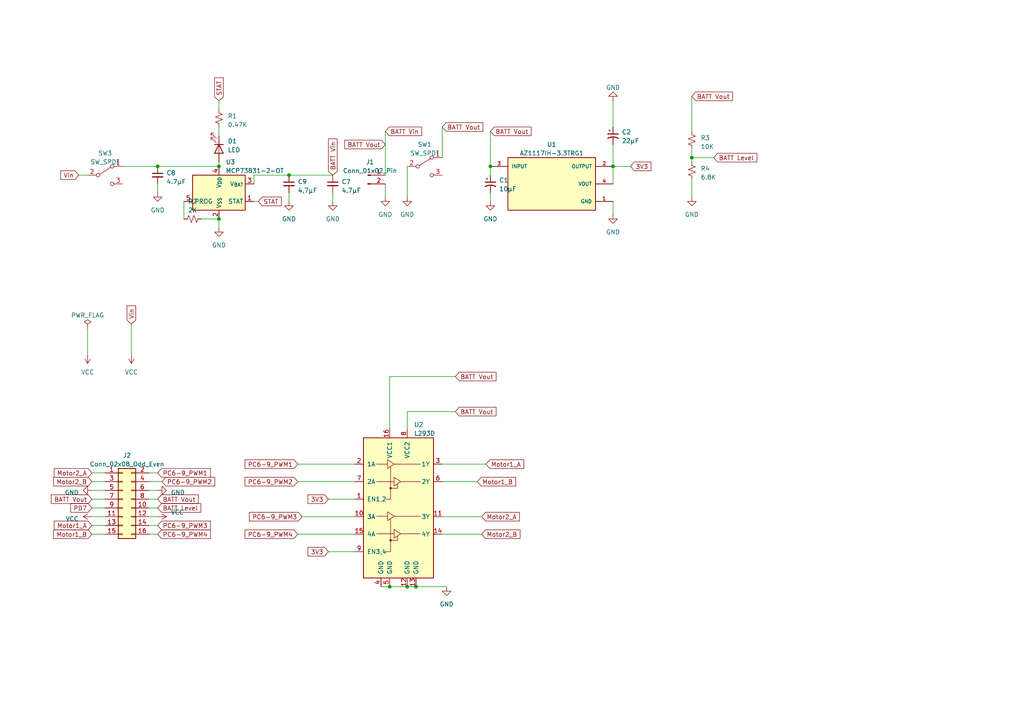
<source format=kicad_sch>
(kicad_sch (version 20230121) (generator eeschema)
  (paper "A4")
  (title_block (title "Libe Mositi") (company "UCT"))
  (lib_symbols
    (symbol "AZ1117IH-3.3TRG1:AZ1117IH-3.3TRG1" (pin_names (offset 1.016))
      (property "Reference" "U" (at -12.7 8.128 0))
      (property "Value" "AZ1117IH-3.3TRG1" (at -12.7 -10.16 0))
      (symbol "AZ1117IH-3.3TRG1_0_0"
        (rectangle (start -12.7 -7.62) (end 12.7 7.62) (stroke (width 0.254)) (fill (type background)))
        (pin power_in line (at 17.78 -5.08 180) (length 5.08) (name "GND") (number "1"))
        (pin output line (at 17.78 5.08 180) (length 5.08) (name "OUTPUT") (number "2"))
        (pin input line (at -17.78 5.08 0) (length 5.08) (name "INPUT") (number "3"))
        (pin output line (at 17.78 0 180) (length 5.08) (name "VOUT") (number "4"))
      )
    )
    (symbol "Battery_Management:MCP73831-2-OT"
      (property "Reference" "U" (at -7.62 6.35 0))
      (property "Value" "MCP73831-2-OT" (at 1.27 6.35 0))
      (symbol "MCP73831-2-OT_0_1"
        (rectangle (start -7.62 5.08) (end 7.62 -5.08) (stroke (width 0.254)) (fill (type background)))
      )
      (symbol "MCP73831-2-OT_1_1"
        (pin output line (at 10.16 -2.54 180) (length 2.54) (name "STAT") (number "1"))
        (pin power_in line (at 0 -7.62 90) (length 2.54) (name "V_{SS}") (number "2"))
        (pin power_out line (at 10.16 2.54 180) (length 2.54) (name "V_{BAT}") (number "3"))
        (pin power_in line (at 0 7.62 270) (length 2.54) (name "V_{DD}") (number "4"))
        (pin input line (at -10.16 -2.54 0) (length 2.54) (name "PROG") (number "5"))
      )
    )
    (symbol "Connector:Conn_01x02_Pin" (pin_names (offset 1.016) hide)
      (property "Reference" "J" (at 0 2.54 0))
      (property "Value" "Conn_01x02_Pin" (at 0 -5.08 0))
      (symbol "Conn_01x02_Pin_1_1"
        (polyline (pts (xy 1.27 -2.54) (xy 0.8636 -2.54)) (stroke (width 0.1524)))
        (polyline (pts (xy 1.27 0) (xy 0.8636 0)) (stroke (width 0.1524)))
        (rectangle (start 0.8636 -2.413) (end 0 -2.667) (stroke (width 0.1524)) (fill (type outline)))
        (rectangle (start 0.8636 0.127) (end 0 -0.127) (stroke (width 0.1524)) (fill (type outline)))
        (pin passive line (at 5.08 0 180) (length 3.81) (name "Pin_1") (number "1"))
        (pin passive line (at 5.08 -2.54 180) (length 3.81) (name "Pin_2") (number "2"))
      )
    )
    (symbol "Connector_Generic:Conn_02x08_Odd_Even" (pin_names (offset 1.016) hide)
      (property "Reference" "J" (at 1.27 10.16 0))
      (property "Value" "Conn_02x08_Odd_Even" (at 1.27 -12.7 0))
      (symbol "Conn_02x08_Odd_Even_1_1"
        (rectangle (start -1.27 -10.033) (end 0 -10.287) (stroke (width 0.1524)))
        (rectangle (start -1.27 -7.493) (end 0 -7.747) (stroke (width 0.1524)))
        (rectangle (start -1.27 -4.953) (end 0 -5.207) (stroke (width 0.1524)))
        (rectangle (start -1.27 -2.413) (end 0 -2.667) (stroke (width 0.1524)))
        (rectangle (start -1.27 0.127) (end 0 -0.127) (stroke (width 0.1524)))
        (rectangle (start -1.27 2.667) (end 0 2.413) (stroke (width 0.1524)))
        (rectangle (start -1.27 5.207) (end 0 4.953) (stroke (width 0.1524)))
        (rectangle (start -1.27 7.747) (end 0 7.493) (stroke (width 0.1524)))
        (rectangle (start -1.27 8.89) (end 3.81 -11.43) (stroke (width 0.254)) (fill (type background)))
        (rectangle (start 3.81 -10.033) (end 2.54 -10.287) (stroke (width 0.1524)))
        (rectangle (start 3.81 -7.493) (end 2.54 -7.747) (stroke (width 0.1524)))
        (rectangle (start 3.81 -4.953) (end 2.54 -5.207) (stroke (width 0.1524)))
        (rectangle (start 3.81 -2.413) (end 2.54 -2.667) (stroke (width 0.1524)))
        (rectangle (start 3.81 0.127) (end 2.54 -0.127) (stroke (width 0.1524)))
        (rectangle (start 3.81 2.667) (end 2.54 2.413) (stroke (width 0.1524)))
        (rectangle (start 3.81 5.207) (end 2.54 4.953) (stroke (width 0.1524)))
        (rectangle (start 3.81 7.747) (end 2.54 7.493) (stroke (width 0.1524)))
        (pin passive line (at -5.08 7.62 0) (length 3.81) (name "Pin_1") (number "1"))
        (pin passive line (at 7.62 -2.54 180) (length 3.81) (name "Pin_10") (number "10"))
        (pin passive line (at -5.08 -5.08 0) (length 3.81) (name "Pin_11") (number "11"))
        (pin passive line (at 7.62 -5.08 180) (length 3.81) (name "Pin_12") (number "12"))
        (pin passive line (at -5.08 -7.62 0) (length 3.81) (name "Pin_13") (number "13"))
        (pin passive line (at 7.62 -7.62 180) (length 3.81) (name "Pin_14") (number "14"))
        (pin passive line (at -5.08 -10.16 0) (length 3.81) (name "Pin_15") (number "15"))
        (pin passive line (at 7.62 -10.16 180) (length 3.81) (name "Pin_16") (number "16"))
        (pin passive line (at 7.62 7.62 180) (length 3.81) (name "Pin_2") (number "2"))
        (pin passive line (at -5.08 5.08 0) (length 3.81) (name "Pin_3") (number "3"))
        (pin passive line (at 7.62 5.08 180) (length 3.81) (name "Pin_4") (number "4"))
        (pin passive line (at -5.08 2.54 0) (length 3.81) (name "Pin_5") (number "5"))
        (pin passive line (at 7.62 2.54 180) (length 3.81) (name "Pin_6") (number "6"))
        (pin passive line (at -5.08 0 0) (length 3.81) (name "Pin_7") (number "7"))
        (pin passive line (at 7.62 0 180) (length 3.81) (name "Pin_8") (number "8"))
        (pin passive line (at -5.08 -2.54 0) (length 3.81) (name "Pin_9") (number "9"))
      )
    )
    (symbol "Device:C_Polarized_Small_US" (pin_numbers hide) (pin_names (offset 0.254) hide)
      (property "Reference" "C" (at 0.254 1.778 0))
      (property "Value" "C_Polarized_Small_US" (at 0.254 -2.032 0))
      (symbol "C_Polarized_Small_US_0_1"
        (polyline (pts (xy -1.524 0.508) (xy 1.524 0.508)) (stroke (width 0.3048)))
        (polyline (pts (xy -1.27 1.524) (xy -0.762 1.524)))
        (polyline (pts (xy -1.016 1.27) (xy -1.016 1.778)))
        (arc (start 1.524 -0.762) (mid 0 -0.3734) (end -1.524 -0.762) (stroke (width 0.3048)))
      )
      (symbol "C_Polarized_Small_US_1_1"
        (pin passive line (at 0 2.54 270) (length 2.032) (name "~") (number "1"))
        (pin passive line (at 0 -2.54 90) (length 2.032) (name "~") (number "2"))
      )
    )
    (symbol "Device:C_Small" (pin_numbers hide) (pin_names (offset 0.254) hide)
      (property "Reference" "C" (at 0.254 1.778 0))
      (property "Value" "C_Small" (at 0.254 -2.032 0))
      (symbol "C_Small_0_1"
        (polyline (pts (xy -1.524 -0.508) (xy 1.524 -0.508)) (stroke (width 0.3302)))
        (polyline (pts (xy -1.524 0.508) (xy 1.524 0.508)) (stroke (width 0.3048)))
      )
      (symbol "C_Small_1_1"
        (pin passive line (at 0 2.54 270) (length 2.032) (name "~") (number "1"))
        (pin passive line (at 0 -2.54 90) (length 2.032) (name "~") (number "2"))
      )
    )
    (symbol "Device:LED" (pin_numbers hide) (pin_names (offset 1.016) hide)
      (property "Reference" "D" (at 0 2.54 0))
      (property "Value" "LED" (at 0 -2.54 0))
      (symbol "LED_0_1"
        (polyline (pts (xy -1.27 -1.27) (xy -1.27 1.27)) (stroke (width 0.254)))
        (polyline (pts (xy -1.27 0) (xy 1.27 0)))
        (polyline (pts (xy 1.27 -1.27) (xy 1.27 1.27) (xy -1.27 0) (xy 1.27 -1.27)) (stroke (width 0.254)))
        (polyline (pts (xy -3.048 -0.762) (xy -4.572 -2.286) (xy -3.81 -2.286) (xy -4.572 -2.286) (xy -4.572 -1.524)))
        (polyline (pts (xy -1.778 -0.762) (xy -3.302 -2.286) (xy -2.54 -2.286) (xy -3.302 -2.286) (xy -3.302 -1.524)))
      )
      (symbol "LED_1_1"
        (pin passive line (at -3.81 0 0) (length 2.54) (name "K") (number "1"))
        (pin passive line (at 3.81 0 180) (length 2.54) (name "A") (number "2"))
      )
    )
    (symbol "Device:R_Small_US" (pin_numbers hide) (pin_names (offset 0.254) hide)
      (property "Reference" "R" (at 0.762 0.508 0))
      (property "Value" "R_Small_US" (at 0.762 -1.016 0))
      (symbol "R_Small_US_1_1"
        (polyline (pts (xy 0 0) (xy 1.016 -0.381) (xy 0 -0.762) (xy -1.016 -1.143) (xy 0 -1.524)))
        (polyline (pts (xy 0 1.524) (xy 1.016 1.143) (xy 0 0.762) (xy -1.016 0.381) (xy 0 0)))
        (pin passive line (at 0 2.54 270) (length 1.016) (name "~") (number "1"))
        (pin passive line (at 0 -2.54 90) (length 1.016) (name "~") (number "2"))
      )
    )
    (symbol "Driver_Motor:L293D" (pin_names (offset 1.016))
      (property "Reference" "U" (at -5.08 26.035 0))
      (property "Value" "L293D" (at -5.08 24.13 0))
      (symbol "L293D_0_1"
        (rectangle (start -10.16 22.86) (end 10.16 -17.78) (stroke (width 0.254)) (fill (type background)))
        (circle (center -2.286 -6.858) (radius 0.254) (fill (type outline)))
        (circle (center -2.286 8.255) (radius 0.254) (fill (type outline)))
        (polyline (pts (xy -6.35 -4.953) (xy -1.27 -4.953)))
        (polyline (pts (xy -6.35 0.127) (xy -3.175 0.127)))
        (polyline (pts (xy -6.35 10.16) (xy -1.27 10.16)))
        (polyline (pts (xy -6.35 15.24) (xy -3.175 15.24)))
        (polyline (pts (xy -1.27 0.127) (xy 6.35 0.127)))
        (polyline (pts (xy -1.27 15.24) (xy 6.35 15.24)))
        (polyline (pts (xy 0.635 -4.953) (xy 6.35 -4.953)))
        (polyline (pts (xy 0.635 10.16) (xy 6.35 10.16)))
        (polyline (pts (xy -2.286 -6.858) (xy -0.254 -6.858) (xy -0.254 -5.588)))
        (polyline (pts (xy -2.286 -0.635) (xy -2.286 -10.16) (xy -3.556 -10.16)))
        (polyline (pts (xy -2.286 8.255) (xy -0.254 8.255) (xy -0.254 9.525)))
        (polyline (pts (xy -2.286 14.478) (xy -2.286 5.08) (xy -3.556 5.08)))
        (polyline (pts (xy -3.175 1.397) (xy -3.175 -1.143) (xy -1.27 0.127) (xy -3.175 1.397)))
        (polyline (pts (xy -3.175 16.51) (xy -3.175 13.97) (xy -1.27 15.24) (xy -3.175 16.51)))
        (polyline (pts (xy -1.27 -3.683) (xy -1.27 -6.223) (xy 0.635 -4.953) (xy -1.27 -3.683)))
        (polyline (pts (xy -1.27 11.43) (xy -1.27 8.89) (xy 0.635 10.16) (xy -1.27 11.43)))
      )
      (symbol "L293D_1_1"
        (pin input line (at -12.7 5.08 0) (length 2.54) (name "EN1,2") (number "1"))
        (pin input line (at -12.7 0 0) (length 2.54) (name "3A") (number "10"))
        (pin output line (at 12.7 0 180) (length 2.54) (name "3Y") (number "11"))
        (pin power_in line (at 2.54 -20.32 90) (length 2.54) (name "GND") (number "12"))
        (pin power_in line (at 5.08 -20.32 90) (length 2.54) (name "GND") (number "13"))
        (pin output line (at 12.7 -5.08 180) (length 2.54) (name "4Y") (number "14"))
        (pin input line (at -12.7 -5.08 0) (length 2.54) (name "4A") (number "15"))
        (pin power_in line (at -2.54 25.4 270) (length 2.54) (name "VCC1") (number "16"))
        (pin input line (at -12.7 15.24 0) (length 2.54) (name "1A") (number "2"))
        (pin output line (at 12.7 15.24 180) (length 2.54) (name "1Y") (number "3"))
        (pin power_in line (at -5.08 -20.32 90) (length 2.54) (name "GND") (number "4"))
        (pin power_in line (at -2.54 -20.32 90) (length 2.54) (name "GND") (number "5"))
        (pin output line (at 12.7 10.16 180) (length 2.54) (name "2Y") (number "6"))
        (pin input line (at -12.7 10.16 0) (length 2.54) (name "2A") (number "7"))
        (pin power_in line (at 2.54 25.4 270) (length 2.54) (name "VCC2") (number "8"))
        (pin input line (at -12.7 -10.16 0) (length 2.54) (name "EN3,4") (number "9"))
      )
    )
    (symbol "Switch:SW_SPDT" (pin_names (offset 0) hide)
      (property "Reference" "SW" (at 0 4.318 0))
      (property "Value" "SW_SPDT" (at 0 -5.08 0))
      (symbol "SW_SPDT_0_0"
        (circle (center -2.032 0) (radius 0.508))
        (circle (center 2.032 -2.54) (radius 0.508))
      )
      (symbol "SW_SPDT_0_1"
        (polyline (pts (xy -1.524 0.254) (xy 1.651 2.286)))
        (circle (center 2.032 2.54) (radius 0.508))
      )
      (symbol "SW_SPDT_1_1"
        (pin passive line (at 5.08 2.54 180) (length 2.54) (name "A") (number "1"))
        (pin passive line (at -5.08 0 0) (length 2.54) (name "B") (number "2"))
        (pin passive line (at 5.08 -2.54 180) (length 2.54) (name "C") (number "3"))
      )
    )
    (symbol "power:GND" (power) (pin_names (offset 0))
      (property "Value" "GND" (at 0 -3.81 0))
      (symbol "GND_0_1"
        (polyline (pts (xy 0 0) (xy 0 -1.27) (xy 1.27 -1.27) (xy 0 -2.54) (xy -1.27 -1.27) (xy 0 -1.27)))
      )
      (symbol "GND_1_1"
        (pin power_in line (at 0 0 270) (length 0) hide (name "GND") (number "1"))
      )
    )
    (symbol "power:PWR_FLAG" (power) (pin_numbers hide) (pin_names (offset 0) hide)
      (property "Value" "PWR_FLAG" (at 0 3.81 0))
      (symbol "PWR_FLAG_0_0"
        (pin power_out line (at 0 0 90) (length 0) (name "pwr") (number "1"))
      )
      (symbol "PWR_FLAG_0_1"
        (polyline (pts (xy 0 0) (xy 0 1.27) (xy -1.016 1.905) (xy 0 2.54) (xy 1.016 1.905) (xy 0 1.27)))
      )
    )
    (symbol "power:VCC" (power) (pin_names (offset 0))
      (property "Value" "VCC" (at 0 3.81 0))
      (symbol "VCC_0_1"
        (polyline (pts (xy -0.762 1.27) (xy 0 2.54)))
        (polyline (pts (xy 0 0) (xy 0 2.54)))
        (polyline (pts (xy 0 2.54) (xy 0.762 1.27)))
      )
      (symbol "VCC_1_1"
        (pin power_in line (at 0 0 90) (length 0) hide (name "VCC") (number "1"))
      )
    )
  )
  (junction (at 120.65 170.18))
  (junction (at 142.24 48.26))
  (junction (at 177.8 48.26))
  (junction (at 45.72 48.26))
  (junction (at 63.5 63.5))
  (junction (at 63.5 48.26))
  (junction (at 113.03 170.18))
  (junction (at 83.82 50.8))
  (junction (at 118.11 170.18))
  (junction (at 200.66 45.72))
  (wire (pts (xy 96.52 55.88) (xy 96.52 58.42)))
  (wire (pts (xy 25.4 95.25) (xy 25.4 102.87)))
  (wire (pts (xy 63.5 46.99) (xy 63.5 48.26)))
  (wire (pts (xy 73.66 53.34) (xy 73.66 50.8)))
  (wire (pts (xy 177.8 41.91) (xy 177.8 48.26)))
  (wire (pts (xy 43.18 137.16) (xy 45.72 137.16)))
  (wire (pts (xy 177.8 48.26) (xy 182.88 48.26)))
  (wire (pts (xy 118.11 119.38) (xy 132.08 119.38)))
  (wire (pts (xy 26.67 149.86) (xy 30.48 149.86)))
  (wire (pts (xy 128.27 45.72) (xy 128.27 36.83)))
  (wire (pts (xy 113.03 109.22) (xy 113.03 124.46)))
  (wire (pts (xy 118.11 48.26) (xy 118.11 57.15)))
  (wire (pts (xy 43.18 142.24) (xy 45.72 142.24)))
  (wire (pts (xy 118.11 124.46) (xy 118.11 119.38)))
  (wire (pts (xy 26.67 142.24) (xy 30.48 142.24)))
  (wire (pts (xy 43.18 144.78) (xy 45.72 144.78)))
  (wire (pts (xy 45.72 53.34) (xy 45.72 55.88)))
  (wire (pts (xy 118.11 170.18) (xy 120.65 170.18)))
  (wire (pts (xy 113.03 109.22) (xy 132.08 109.22)))
  (wire (pts (xy 43.18 139.7) (xy 46.99 139.7)))
  (wire (pts (xy 43.18 149.86) (xy 45.72 149.86)))
  (wire (pts (xy 142.24 55.88) (xy 142.24 58.42)))
  (wire (pts (xy 177.8 48.26) (xy 177.8 53.34)))
  (wire (pts (xy 38.1 93.98) (xy 38.1 102.87)))
  (wire (pts (xy 120.65 170.18) (xy 129.54 170.18)))
  (wire (pts (xy 111.76 53.34) (xy 111.76 57.15)))
  (wire (pts (xy 73.66 58.42) (xy 74.93 58.42)))
  (wire (pts (xy 111.76 38.1) (xy 111.76 50.8)))
  (wire (pts (xy 35.56 48.26) (xy 45.72 48.26)))
  (wire (pts (xy 128.27 149.86) (xy 139.7 149.86)))
  (wire (pts (xy 95.25 144.78) (xy 102.87 144.78)))
  (wire (pts (xy 63.5 36.83) (xy 63.5 39.37)))
  (wire (pts (xy 86.36 139.7) (xy 102.87 139.7)))
  (wire (pts (xy 200.66 43.18) (xy 200.66 45.72)))
  (wire (pts (xy 22.86 50.8) (xy 25.4 50.8)))
  (wire (pts (xy 138.43 139.7) (xy 128.27 139.7)))
  (wire (pts (xy 43.18 154.94) (xy 45.72 154.94)))
  (wire (pts (xy 53.34 58.42) (xy 53.34 63.5)))
  (wire (pts (xy 200.66 52.07) (xy 200.66 57.15)))
  (wire (pts (xy 83.82 55.88) (xy 83.82 58.42)))
  (wire (pts (xy 113.03 170.18) (xy 118.11 170.18)))
  (wire (pts (xy 26.67 137.16) (xy 30.48 137.16)))
  (wire (pts (xy 95.25 160.02) (xy 102.87 160.02)))
  (wire (pts (xy 83.82 50.8) (xy 96.52 50.8)))
  (wire (pts (xy 26.67 147.32) (xy 30.48 147.32)))
  (wire (pts (xy 58.42 63.5) (xy 63.5 63.5)))
  (wire (pts (xy 63.5 29.21) (xy 63.5 31.75)))
  (wire (pts (xy 45.72 48.26) (xy 63.5 48.26)))
  (wire (pts (xy 200.66 27.94) (xy 200.66 38.1)))
  (wire (pts (xy 200.66 45.72) (xy 207.01 45.72)))
  (wire (pts (xy 63.5 66.04) (xy 63.5 63.5)))
  (wire (pts (xy 87.63 149.86) (xy 102.87 149.86)))
  (wire (pts (xy 26.67 139.7) (xy 30.48 139.7)))
  (wire (pts (xy 73.66 50.8) (xy 83.82 50.8)))
  (wire (pts (xy 26.67 144.78) (xy 30.48 144.78)))
  (wire (pts (xy 128.27 134.62) (xy 140.97 134.62)))
  (wire (pts (xy 128.27 154.94) (xy 139.7 154.94)))
  (wire (pts (xy 86.36 134.62) (xy 102.87 134.62)))
  (wire (pts (xy 86.36 154.94) (xy 102.87 154.94)))
  (wire (pts (xy 110.49 170.18) (xy 113.03 170.18)))
  (wire (pts (xy 43.18 152.4) (xy 45.72 152.4)))
  (wire (pts (xy 142.24 38.1) (xy 142.24 48.26)))
  (wire (pts (xy 26.67 154.94) (xy 30.48 154.94)))
  (wire (pts (xy 200.66 45.72) (xy 200.66 46.99)))
  (wire (pts (xy 177.8 29.21) (xy 177.8 36.83)))
  (wire (pts (xy 26.67 152.4) (xy 30.48 152.4)))
  (wire (pts (xy 142.24 48.26) (xy 142.24 50.8)))
  (wire (pts (xy 43.18 147.32) (xy 45.72 147.32)))
  (wire (pts (xy 177.8 58.42) (xy 177.8 62.23)))
  (global_label "Motor1_A" (shape input) (at 26.67 152.4 180) (property "Intersheetrefs" "${INTERSHEET_REFS}" (effects hide)))
  (global_label "BATT Vin" (shape input) (at 111.76 38.1 0) (property "Intersheetrefs" "${INTERSHEET_REFS}" (effects hide)))
  (global_label "PD7" (shape input) (at 26.67 147.32 180) (property "Intersheetrefs" "${INTERSHEET_REFS}" (effects hide)))
  (global_label "PC6-9_PWM1" (shape input) (at 45.72 137.16 0) (property "Intersheetrefs" "${INTERSHEET_REFS}" (effects hide)))
  (global_label "3V3" (shape input) (at 182.88 48.26 0) (property "Intersheetrefs" "${INTERSHEET_REFS}" (effects hide)))
  (global_label "Motor2_B" (shape input) (at 26.67 139.7 180) (property "Intersheetrefs" "${INTERSHEET_REFS}" (effects hide)))
  (global_label "PC6-9_PWM3" (shape input) (at 45.72 152.4 0) (property "Intersheetrefs" "${INTERSHEET_REFS}" (effects hide)))
  (global_label "BATT Vout" (shape input) (at 45.72 144.78 0) (property "Intersheetrefs" "${INTERSHEET_REFS}" (effects hide)))
  (global_label "Motor1_B" (shape input) (at 138.43 139.7 0) (property "Intersheetrefs" "${INTERSHEET_REFS}" (effects hide)))
  (global_label "3V3" (shape input) (at 95.25 160.02 180) (property "Intersheetrefs" "${INTERSHEET_REFS}" (effects hide)))
  (global_label "STAT" (shape input) (at 74.93 58.42 0) (property "Intersheetrefs" "${INTERSHEET_REFS}" (effects hide)))
  (global_label "BATT Vout" (shape input) (at 132.08 119.38 0) (property "Intersheetrefs" "${INTERSHEET_REFS}" (effects hide)))
  (global_label "Motor2_A" (shape input) (at 26.67 137.16 180) (property "Intersheetrefs" "${INTERSHEET_REFS}" (effects hide)))
  (global_label "Vin" (shape input) (at 38.1 93.98 90) (property "Intersheetrefs" "${INTERSHEET_REFS}" (effects hide)))
  (global_label "PC6-9_PWM4" (shape input) (at 86.36 154.94 180) (property "Intersheetrefs" "${INTERSHEET_REFS}" (effects hide)))
  (global_label "Motor2_A" (shape input) (at 139.7 149.86 0) (property "Intersheetrefs" "${INTERSHEET_REFS}" (effects hide)))
  (global_label "PC6-9_PWM2" (shape input) (at 46.99 139.7 0) (property "Intersheetrefs" "${INTERSHEET_REFS}" (effects hide)))
  (global_label "BATT Level" (shape input) (at 45.72 147.32 0) (property "Intersheetrefs" "${INTERSHEET_REFS}" (effects hide)))
  (global_label "BATT Vout" (shape input) (at 111.76 41.91 180) (property "Intersheetrefs" "${INTERSHEET_REFS}" (effects hide)))
  (global_label "PC6-9_PWM3" (shape input) (at 87.63 149.86 180) (property "Intersheetrefs" "${INTERSHEET_REFS}" (effects hide)))
  (global_label "BATT Vout" (shape input) (at 128.27 36.83 0) (property "Intersheetrefs" "${INTERSHEET_REFS}" (effects hide)))
  (global_label "PC6-9_PWM2" (shape input) (at 86.36 139.7 180) (property "Intersheetrefs" "${INTERSHEET_REFS}" (effects hide)))
  (global_label "BATT Vout" (shape input) (at 200.66 27.94 0) (property "Intersheetrefs" "${INTERSHEET_REFS}" (effects hide)))
  (global_label "Vin" (shape input) (at 22.86 50.8 180) (property "Intersheetrefs" "${INTERSHEET_REFS}" (effects hide)))
  (global_label "BATT Vout" (shape input) (at 142.24 38.1 0) (property "Intersheetrefs" "${INTERSHEET_REFS}" (effects hide)))
  (global_label "3V3" (shape input) (at 95.25 144.78 180) (property "Intersheetrefs" "${INTERSHEET_REFS}" (effects hide)))
  (global_label "BATT Vout" (shape input) (at 26.67 144.78 180) (property "Intersheetrefs" "${INTERSHEET_REFS}" (effects hide)))
  (global_label "BATT Vout" (shape input) (at 132.08 109.22 0) (property "Intersheetrefs" "${INTERSHEET_REFS}" (effects hide)))
  (global_label "BATT Vin" (shape input) (at 96.52 50.8 90) (property "Intersheetrefs" "${INTERSHEET_REFS}" (effects hide)))
  (global_label "STAT" (shape input) (at 63.5 29.21 90) (property "Intersheetrefs" "${INTERSHEET_REFS}" (effects hide)))
  (global_label "Motor2_B" (shape input) (at 139.7 154.94 0) (property "Intersheetrefs" "${INTERSHEET_REFS}" (effects hide)))
  (global_label "Motor1_B" (shape input) (at 26.67 154.94 180) (property "Intersheetrefs" "${INTERSHEET_REFS}" (effects hide)))
  (global_label "PC6-9_PWM4" (shape input) (at 45.72 154.94 0) (property "Intersheetrefs" "${INTERSHEET_REFS}" (effects hide)))
  (global_label "PC6-9_PWM1" (shape input) (at 86.36 134.62 180) (property "Intersheetrefs" "${INTERSHEET_REFS}" (effects hide)))
  (global_label "Motor1_A" (shape input) (at 140.97 134.62 0) (property "Intersheetrefs" "${INTERSHEET_REFS}" (effects hide)))
  (global_label "BATT Level" (shape input) (at 207.01 45.72 0) (property "Intersheetrefs" "${INTERSHEET_REFS}" (effects hide)))
  (symbol (lib_id "power:PWR_FLAG") (at 25.4 95.25 0) (unit 1)
    (property "Reference" "#FLG01" (effects hide))
    (property "Value" "PWR_FLAG" (at 25.4 91.44 0))
  )
  (symbol (lib_id "power:GND") (at 83.82 58.42 0) (unit 1)
    (property "Reference" "#PWR014" (effects hide))
    (property "Value" "GND" (at 83.82 63.5 0))
  )
  (symbol (lib_id "Device:R_Small_US") (at 55.88 63.5 90) (unit 1)
    (property "Reference" "R2" (at 55.88 58.42 90))
    (property "Value" "2K" (at 55.88 60.96 90))
    (property "Footprint" "Resistor_SMD:R_0805_2012Metric_Pad1.20x1.40mm_HandSolder" (effects hide))
  )
  (symbol (lib_id "Switch:SW_SPDT") (at 123.19 48.26 0) (unit 1)
    (property "Reference" "SW1" (at 123.19 41.91 0))
    (property "Value" "SW_SPDT" (at 123.19 44.45 0))
    (property "Footprint" "SPDT:mySwitch" (effects hide))
  )
  (symbol (lib_id "power:GND") (at 63.5 66.04 0) (unit 1)
    (property "Reference" "#PWR012" (effects hide))
    (property "Value" "GND" (at 63.5 71.12 0))
  )
  (symbol (lib_id "power:GND") (at 177.8 62.23 0) (unit 1)
    (property "Reference" "#PWR04" (effects hide))
    (property "Value" "GND" (at 177.8 67.31 0))
  )
  (symbol (lib_id "power:GND") (at 26.67 142.24 270) (unit 1)
    (property "Reference" "#PWR08" (effects hide))
    (property "Value" "GND" (at 22.86 142.875 90) (effects (justify right)))
  )
  (symbol (lib_id "Device:C_Small") (at 45.72 50.8 0) (unit 1)
    (property "Reference" "C8" (at 48.26 50.1713 0) (effects (justify left)))
    (property "Value" "4.7µF" (at 48.26 52.7113 0) (effects (justify left)))
    (property "Footprint" "Capacitor_SMD:C_0805_2012Metric_Pad1.18x1.45mm_HandSolder" (effects hide))
  )
  (symbol (lib_id "Connector_Generic:Conn_02x08_Odd_Even") (at 35.56 144.78 0) (unit 1)
    (property "Reference" "J2" (at 36.83 132.08 0))
    (property "Value" "Conn_02x08_Odd_Even" (at 36.83 134.62 0))
    (property "Footprint" "Connector_PinHeader_2.54mm:PinHeader_2x08_P2.54mm_Vertical" (effects hide))
  )
  (symbol (lib_id "power:VCC") (at 25.4 102.87 180) (unit 1)
    (property "Reference" "#PWR011" (effects hide))
    (property "Value" "VCC" (at 25.4 107.95 0))
  )
  (symbol (lib_id "power:VCC") (at 45.72 149.86 270) (unit 1)
    (property "Reference" "#PWR09" (effects hide))
    (property "Value" "VCC" (at 49.53 148.59 90) (effects (justify left)))
  )
  (symbol (lib_id "power:GND") (at 129.54 170.18 0) (unit 1)
    (property "Reference" "#PWR01" (effects hide))
    (property "Value" "GND" (at 129.54 175.26 0))
  )
  (symbol (lib_id "power:GND") (at 142.24 58.42 0) (unit 1)
    (property "Reference" "#PWR03" (effects hide))
    (property "Value" "GND" (at 142.24 63.5 0))
  )
  (symbol (lib_id "Device:C_Polarized_Small_US") (at 142.24 53.34 0) (unit 1)
    (property "Reference" "C1" (at 144.78 52.2732 0) (effects (justify left)))
    (property "Value" "10µF" (at 144.78 54.8132 0) (effects (justify left)))
    (property "Footprint" "Capacitor_SMD:C_0805_2012Metric_Pad1.18x1.45mm_HandSolder" (effects hide))
  )
  (symbol (lib_id "Battery_Management:MCP73831-2-OT") (at 63.5 55.88 0) (unit 1)
    (property "Reference" "U3" (at 65.4559 46.99 0) (effects (justify left)))
    (property "Value" "MCP73831-2-OT" (at 65.4559 49.53 0) (effects (justify left)))
    (property "Footprint" "Package_TO_SOT_SMD:SOT-23-5" (effects hide))
    (property "Datasheet" "http://ww1.microchip.com/downloads/en/DeviceDoc/20001984g.pdf" (effects hide))
  )
  (symbol (lib_id "Device:C_Small") (at 83.82 53.34 0) (unit 1)
    (property "Reference" "C9" (at 86.36 52.7113 0) (effects (justify left)))
    (property "Value" "4.7µF" (at 86.36 55.2513 0) (effects (justify left)))
    (property "Footprint" "Capacitor_SMD:C_0805_2012Metric_Pad1.18x1.45mm_HandSolder" (effects hide))
  )
  (symbol (lib_id "power:GND") (at 118.11 57.15 0) (unit 1)
    (property "Reference" "#PWR05" (effects hide))
    (property "Value" "GND" (at 118.11 62.23 0))
  )
  (symbol (lib_id "power:GND") (at 96.52 58.42 0) (unit 1)
    (property "Reference" "#PWR015" (effects hide))
    (property "Value" "GND" (at 96.52 63.5 0))
  )
  (symbol (lib_id "power:GND") (at 200.66 57.15 0) (unit 1)
    (property "Reference" "#PWR016" (effects hide))
    (property "Value" "GND" (at 200.66 62.23 0))
  )
  (symbol (lib_id "power:VCC") (at 38.1 102.87 180) (unit 1)
    (property "Reference" "#PWR017" (effects hide))
    (property "Value" "VCC" (at 38.1 107.95 0))
  )
  (symbol (lib_id "power:GND") (at 45.72 55.88 0) (unit 1)
    (property "Reference" "#PWR013" (effects hide))
    (property "Value" "GND" (at 45.72 60.96 0))
  )
  (symbol (lib_id "Device:C_Small") (at 96.52 53.34 0) (unit 1)
    (property "Reference" "C7" (at 99.06 52.7113 0) (effects (justify left)))
    (property "Value" "4.7µF" (at 99.06 55.2513 0) (effects (justify left)))
    (property "Footprint" "Capacitor_SMD:C_0805_2012Metric_Pad1.18x1.45mm_HandSolder" (effects hide))
  )
  (symbol (lib_id "power:GND") (at 111.76 57.15 0) (unit 1)
    (property "Reference" "#PWR06" (effects hide))
    (property "Value" "GND" (at 111.76 62.23 0))
  )
  (symbol (lib_id "Device:LED") (at 63.5 43.18 270) (unit 1)
    (property "Reference" "D1" (at 66.04 40.9575 90) (effects (justify left)))
    (property "Value" "LED" (at 66.04 43.4975 90) (effects (justify left)))
    (property "Footprint" "LED_SMD:LED_0805_2012Metric_Pad1.15x1.40mm_HandSolder" (effects hide))
  )
  (symbol (lib_id "Connector:Conn_01x02_Pin") (at 106.68 50.8 0) (unit 1)
    (property "Reference" "J1" (at 107.315 46.99 0))
    (property "Value" "Conn_01x02_Pin" (at 107.315 49.53 0))
    (property "Footprint" "Connector_JST:JST_PH_B2B-PH-K_1x02_P2.00mm_Vertical" (effects hide))
  )
  (symbol (lib_id "Driver_Motor:L293D") (at 115.57 149.86 0) (unit 1)
    (property "Reference" "U2" (at 120.0659 123.19 0) (effects (justify left)))
    (property "Value" "L293D" (at 120.0659 125.73 0) (effects (justify left)))
    (property "Footprint" "Package_DIP:DIP-16_W7.62mm" (effects hide))
    (property "Datasheet" "http://www.ti.com/lit/ds/symlink/l293.pdf" (effects hide))
  )
  (symbol (lib_id "Device:R_Small_US") (at 200.66 49.53 0) (unit 1)
    (property "Reference" "R4" (at 203.2 48.895 0) (effects (justify left)))
    (property "Value" "6.8K" (at 203.2 51.435 0) (effects (justify left)))
    (property "Footprint" "Resistor_SMD:R_0805_2012Metric_Pad1.20x1.40mm_HandSolder" (effects hide))
  )
  (symbol (lib_id "power:VCC") (at 26.67 149.86 90) (unit 1)
    (property "Reference" "#PWR010" (effects hide))
    (property "Value" "VCC" (at 22.86 150.495 90) (effects (justify left)))
  )
  (symbol (lib_id "Device:R_Small_US") (at 200.66 40.64 180) (unit 1)
    (property "Reference" "R3" (at 203.2 40.005 0) (effects (justify right)))
    (property "Value" "10K" (at 203.2 42.545 0) (effects (justify right)))
    (property "Footprint" "Resistor_SMD:R_0805_2012Metric_Pad1.20x1.40mm_HandSolder" (effects hide))
  )
  (symbol (lib_id "AZ1117IH-3.3TRG1:AZ1117IH-3.3TRG1") (at 160.02 53.34 0) (unit 1)
    (property "Reference" "U1" (at 160.02 41.91 0))
    (property "Value" "AZ1117IH-3.3TRG1" (at 160.02 44.45 0))
    (property "Footprint" "AZ1117IH-3.3TRG1:SOT230P700X185-4N" (effects hide))
    (property "MF" "Diodes Inc." (effects hide))
    (property "SNAPEDA_PACKAGE_ID" "6532" (effects hide))
    (property "MAXIMUM_PACKAGE_HEIGHT" "1.85 mm" (effects hide))
    (property "Price" "None" (effects hide))
    (property "Package" "SOT-223 Diodes Inc." (effects hide))
    (property "Check_prices" "https://www.snapeda.com/parts/AZ1117IH-3.3TRG1/Diodes+Inc./view-part/?ref=eda" (effects hide))
    (property "STANDARD" "IPC 7351B" (effects hide))
    (property "PARTREV" "2-2" (effects hide))
    (property "SnapEDA_Link" "https://www.snapeda.com/parts/AZ1117IH-3.3TRG1/Diodes+Inc./view-part/?ref=snap" (effects hide))
    (property "MP" "AZ1117IH-3.3TRG1" (effects hide))
    (property "Description" "\nLinear Voltage Regulator IC Positive Fixed 1 Output 1A SOT-223-3\n" (effects hide))
    (property "MANUFACTURER" "Diodes Inc." (effects hide))
    (property "Availability" "In Stock" (effects hide))
    (property "SNAPEDA_PN" "AZ1117IH-3.3TRG1" (effects hide))
  )
  (symbol (lib_id "Switch:SW_SPDT") (at 30.48 50.8 0) (unit 1)
    (property "Reference" "SW3" (at 30.48 44.45 0))
    (property "Value" "SW_SPDT" (at 30.48 46.99 0))
    (property "Footprint" "SPDT:mySwitch" (effects hide))
  )
  (symbol (lib_id "Device:C_Polarized_Small_US") (at 177.8 39.37 0) (unit 1)
    (property "Reference" "C2" (at 180.34 38.3032 0) (effects (justify left)))
    (property "Value" "22µF" (at 180.34 40.8432 0) (effects (justify left)))
    (property "Footprint" "Capacitor_SMD:C_0805_2012Metric_Pad1.18x1.45mm_HandSolder" (effects hide))
  )
  (symbol (lib_id "power:GND") (at 45.72 142.24 90) (unit 1)
    (property "Reference" "#PWR07" (effects hide))
    (property "Value" "GND" (at 49.53 142.875 90) (effects (justify right)))
  )
  (symbol (lib_id "Device:R_Small_US") (at 63.5 34.29 0) (unit 1)
    (property "Reference" "R1" (at 66.04 33.655 0) (effects (justify left)))
    (property "Value" "0.47K" (at 66.04 36.195 0) (effects (justify left)))
    (property "Footprint" "Resistor_SMD:R_0805_2012Metric_Pad1.20x1.40mm_HandSolder" (effects hide))
  )
  (symbol (lib_id "power:GND") (at 177.8 29.21 180) (unit 1)
    (property "Reference" "#PWR02" (effects hide))
    (property "Value" "GND" (at 177.8 25.4 0))
  )
)
</source>
